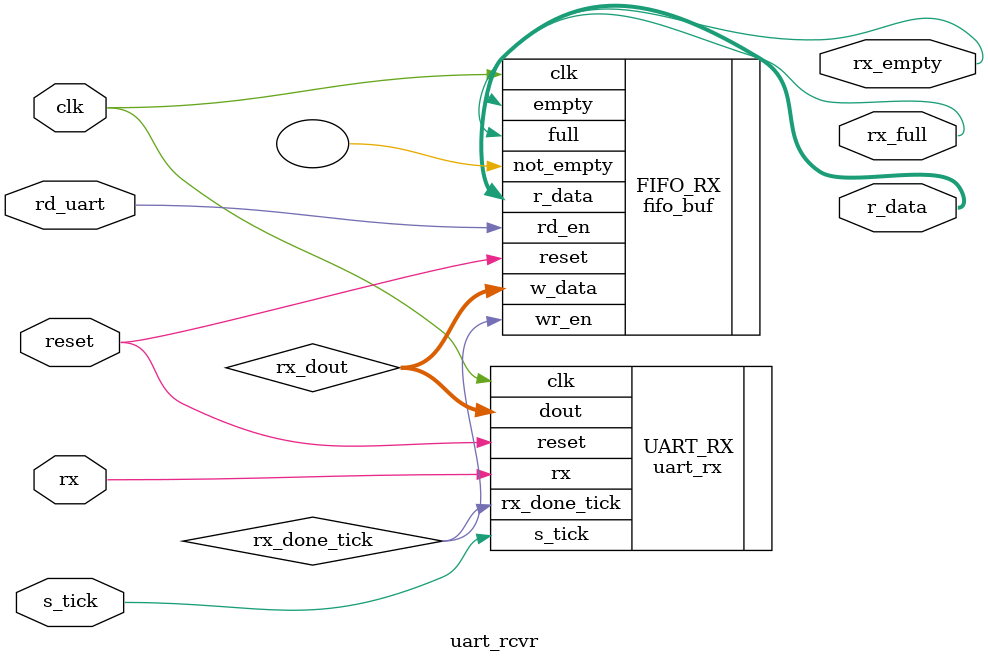
<source format=v>
`timescale 1ns / 1ps

module uart_rcvr(clk, reset, s_tick, rx, rd_uart, r_data, rx_empty, rx_full);
	parameter W = 8;
	
	input clk, reset;
	input s_tick, rd_uart;
	input rx;
	output [W-1:0] r_data;
	output rx_empty, rx_full;
	
	wire [W-1:0]rx_dout;
	wire rx_done_tick;
	
	uart_rx UART_RX (	.clk(clk), 
						.reset(reset), 
						.rx(rx), 
						.s_tick(s_tick), 
						.rx_done_tick(rx_done_tick), 
						.dout(rx_dout)
					);
					
	fifo_buf FIFO_RX (	.clk(clk), 
						.reset(reset), 
						.wr_en(rx_done_tick), 
						.rd_en(rd_uart), 
						.w_data(rx_dout), 
						.r_data(r_data), 
						.full(rx_full), 
						.empty(rx_empty),
						.not_empty()
					 );
	
endmodule

</source>
